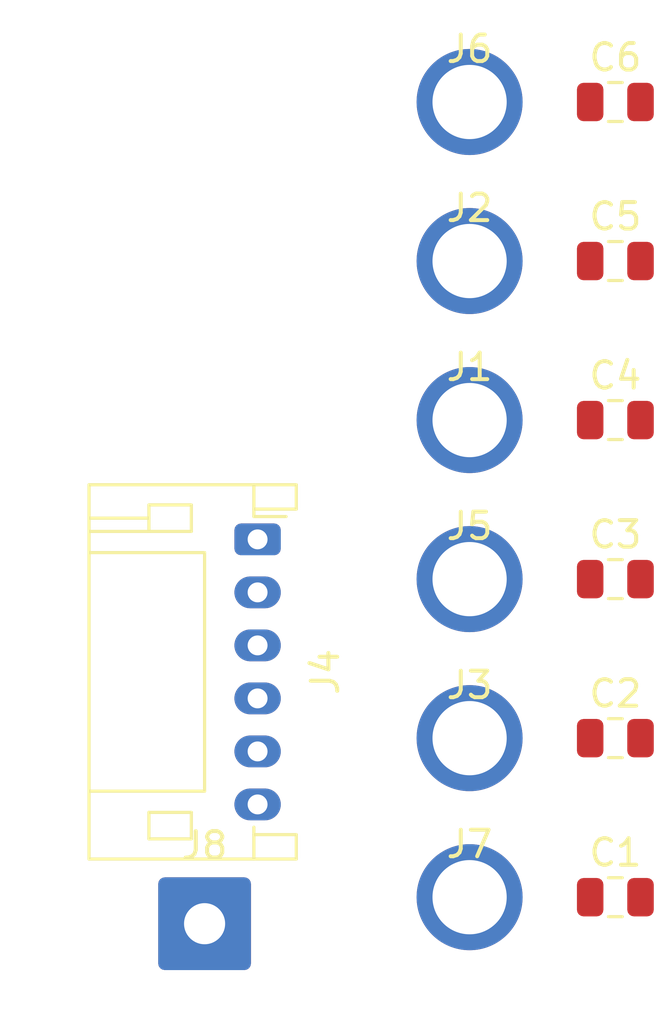
<source format=kicad_pcb>
(kicad_pcb (version 20171130) (host pcbnew "(5.1.9)-1")

  (general
    (thickness 1.6)
    (drawings 0)
    (tracks 0)
    (zones 0)
    (modules 14)
    (nets 8)
  )

  (page A4)
  (layers
    (0 F.Cu signal)
    (31 B.Cu signal)
    (32 B.Adhes user)
    (33 F.Adhes user)
    (34 B.Paste user)
    (35 F.Paste user)
    (36 B.SilkS user)
    (37 F.SilkS user)
    (38 B.Mask user)
    (39 F.Mask user)
    (40 Dwgs.User user)
    (41 Cmts.User user)
    (42 Eco1.User user)
    (43 Eco2.User user)
    (44 Edge.Cuts user)
    (45 Margin user)
    (46 B.CrtYd user)
    (47 F.CrtYd user)
    (48 B.Fab user)
    (49 F.Fab user)
  )

  (setup
    (last_trace_width 0.25)
    (trace_clearance 0.2)
    (zone_clearance 0.508)
    (zone_45_only no)
    (trace_min 0.2)
    (via_size 0.8)
    (via_drill 0.4)
    (via_min_size 0.4)
    (via_min_drill 0.3)
    (uvia_size 0.3)
    (uvia_drill 0.1)
    (uvias_allowed no)
    (uvia_min_size 0.2)
    (uvia_min_drill 0.1)
    (edge_width 0.05)
    (segment_width 0.2)
    (pcb_text_width 0.3)
    (pcb_text_size 1.5 1.5)
    (mod_edge_width 0.12)
    (mod_text_size 1 1)
    (mod_text_width 0.15)
    (pad_size 1.524 1.524)
    (pad_drill 0.762)
    (pad_to_mask_clearance 0)
    (aux_axis_origin 0 0)
    (visible_elements FFFFFF7F)
    (pcbplotparams
      (layerselection 0x010fc_ffffffff)
      (usegerberextensions false)
      (usegerberattributes true)
      (usegerberadvancedattributes true)
      (creategerberjobfile true)
      (excludeedgelayer true)
      (linewidth 0.100000)
      (plotframeref false)
      (viasonmask false)
      (mode 1)
      (useauxorigin false)
      (hpglpennumber 1)
      (hpglpenspeed 20)
      (hpglpendiameter 15.000000)
      (psnegative false)
      (psa4output false)
      (plotreference true)
      (plotvalue true)
      (plotinvisibletext false)
      (padsonsilk false)
      (subtractmaskfromsilk false)
      (outputformat 1)
      (mirror false)
      (drillshape 1)
      (scaleselection 1)
      (outputdirectory ""))
  )

  (net 0 "")
  (net 1 GND)
  (net 2 "Net-(C1-Pad1)")
  (net 3 "Net-(C2-Pad1)")
  (net 4 "Net-(C3-Pad1)")
  (net 5 "Net-(C4-Pad1)")
  (net 6 "Net-(C5-Pad1)")
  (net 7 "Net-(C6-Pad1)")

  (net_class Default "This is the default net class."
    (clearance 0.2)
    (trace_width 0.25)
    (via_dia 0.8)
    (via_drill 0.4)
    (uvia_dia 0.3)
    (uvia_drill 0.1)
    (add_net GND)
    (add_net "Net-(C1-Pad1)")
    (add_net "Net-(C2-Pad1)")
    (add_net "Net-(C3-Pad1)")
    (add_net "Net-(C4-Pad1)")
    (add_net "Net-(C5-Pad1)")
    (add_net "Net-(C6-Pad1)")
  )

  (module Connector_Wire:SolderWire-0.75sqmm_1x01_D1.25mm_OD3.5mm (layer F.Cu) (tedit 5EB70B44) (tstamp 65188795)
    (at 93.5 86.5)
    (descr "Soldered wire connection, for a single 0.75 mm² wire, reinforced insulation, conductor diameter 1.25mm, outer diameter 3.5mm, size source Multi-Contact FLEXI-xV 0.75 (https://ec.staubli.com/AcroFiles/Catalogues/TM_Cab-Main-11014119_(en)_hi.pdf), bend radius 3 times outer diameter, generated with kicad-footprint-generator")
    (tags "connector wire 0.75sqmm")
    (path /6518E052)
    (attr virtual)
    (fp_text reference J8 (at 0 -2.95) (layer F.SilkS)
      (effects (font (size 1 1) (thickness 0.15)))
    )
    (fp_text value Conn_01x01_Female (at 0 2.95) (layer F.Fab)
      (effects (font (size 1 1) (thickness 0.15)))
    )
    (fp_text user %R (at 0 0) (layer F.Fab)
      (effects (font (size 0.88 0.88) (thickness 0.13)))
    )
    (fp_circle (center 0 0) (end 1.75 0) (layer F.Fab) (width 0.1))
    (fp_line (start -2.5 -2.25) (end -2.5 2.25) (layer F.CrtYd) (width 0.05))
    (fp_line (start -2.5 2.25) (end 2.5 2.25) (layer F.CrtYd) (width 0.05))
    (fp_line (start 2.5 2.25) (end 2.5 -2.25) (layer F.CrtYd) (width 0.05))
    (fp_line (start 2.5 -2.25) (end -2.5 -2.25) (layer F.CrtYd) (width 0.05))
    (pad 1 thru_hole roundrect (at 0 0) (size 3.5 3.5) (drill 1.55) (layers *.Cu *.Mask) (roundrect_rratio 0.07142900000000001)
      (net 1 GND))
    (model ${KISYS3DMOD}/Connector_Wire.3dshapes/SolderWire-0.75sqmm_1x01_D1.25mm_OD3.5mm.wrl
      (at (xyz 0 0 0))
      (scale (xyz 1 1 1))
      (rotate (xyz 0 0 0))
    )
  )

  (module K24LIB:pogopin_2.6_3.2 (layer F.Cu) (tedit 6515EB03) (tstamp 6518878A)
    (at 103.5 83)
    (path /65167EDD)
    (fp_text reference J7 (at 0 0.5) (layer F.SilkS)
      (effects (font (size 1 1) (thickness 0.15)))
    )
    (fp_text value Conn_01x01_Male (at 0 -0.5) (layer F.Fab)
      (effects (font (size 1 1) (thickness 0.15)))
    )
    (fp_circle (center 0 2.5) (end 3 2.5) (layer F.CrtYd) (width 0.12))
    (pad 1 thru_hole circle (at 0 2.5) (size 4 4) (drill 2.8) (layers *.Cu *.Mask)
      (net 2 "Net-(C1-Pad1)"))
  )

  (module K24LIB:pogopin_2.6_3.2 (layer F.Cu) (tedit 6515EB03) (tstamp 65188784)
    (at 103.5 53)
    (path /651679E0)
    (fp_text reference J6 (at 0 0.5) (layer F.SilkS)
      (effects (font (size 1 1) (thickness 0.15)))
    )
    (fp_text value Conn_01x01_Male (at 0 -0.5) (layer F.Fab)
      (effects (font (size 1 1) (thickness 0.15)))
    )
    (fp_circle (center 0 2.5) (end 3 2.5) (layer F.CrtYd) (width 0.12))
    (pad 1 thru_hole circle (at 0 2.5) (size 4 4) (drill 2.8) (layers *.Cu *.Mask)
      (net 3 "Net-(C2-Pad1)"))
  )

  (module K24LIB:pogopin_2.6_3.2 (layer F.Cu) (tedit 6515EB03) (tstamp 6518877E)
    (at 103.5 71)
    (path /651674C6)
    (fp_text reference J5 (at 0 0.5) (layer F.SilkS)
      (effects (font (size 1 1) (thickness 0.15)))
    )
    (fp_text value Conn_01x01_Male (at 0 -0.5) (layer F.Fab)
      (effects (font (size 1 1) (thickness 0.15)))
    )
    (fp_circle (center 0 2.5) (end 3 2.5) (layer F.CrtYd) (width 0.12))
    (pad 1 thru_hole circle (at 0 2.5) (size 4 4) (drill 2.8) (layers *.Cu *.Mask)
      (net 4 "Net-(C3-Pad1)"))
  )

  (module Connector_JST:JST_PH_S6B-PH-K_1x06_P2.00mm_Horizontal (layer F.Cu) (tedit 5B7745C6) (tstamp 65188778)
    (at 95.5 72 270)
    (descr "JST PH series connector, S6B-PH-K (http://www.jst-mfg.com/product/pdf/eng/ePH.pdf), generated with kicad-footprint-generator")
    (tags "connector JST PH top entry")
    (path /65182A6F)
    (fp_text reference J4 (at 5 -2.55 90) (layer F.SilkS)
      (effects (font (size 1 1) (thickness 0.15)))
    )
    (fp_text value Conn_01x06_Female (at 5 7.45 90) (layer F.Fab)
      (effects (font (size 1 1) (thickness 0.15)))
    )
    (fp_text user %R (at 5 2.5 90) (layer F.Fab)
      (effects (font (size 1 1) (thickness 0.15)))
    )
    (fp_line (start -0.86 0.14) (end -1.14 0.14) (layer F.SilkS) (width 0.12))
    (fp_line (start -1.14 0.14) (end -1.14 -1.46) (layer F.SilkS) (width 0.12))
    (fp_line (start -1.14 -1.46) (end -2.06 -1.46) (layer F.SilkS) (width 0.12))
    (fp_line (start -2.06 -1.46) (end -2.06 6.36) (layer F.SilkS) (width 0.12))
    (fp_line (start -2.06 6.36) (end 12.06 6.36) (layer F.SilkS) (width 0.12))
    (fp_line (start 12.06 6.36) (end 12.06 -1.46) (layer F.SilkS) (width 0.12))
    (fp_line (start 12.06 -1.46) (end 11.14 -1.46) (layer F.SilkS) (width 0.12))
    (fp_line (start 11.14 -1.46) (end 11.14 0.14) (layer F.SilkS) (width 0.12))
    (fp_line (start 11.14 0.14) (end 10.86 0.14) (layer F.SilkS) (width 0.12))
    (fp_line (start 0.5 6.36) (end 0.5 2) (layer F.SilkS) (width 0.12))
    (fp_line (start 0.5 2) (end 9.5 2) (layer F.SilkS) (width 0.12))
    (fp_line (start 9.5 2) (end 9.5 6.36) (layer F.SilkS) (width 0.12))
    (fp_line (start -2.06 0.14) (end -1.14 0.14) (layer F.SilkS) (width 0.12))
    (fp_line (start 12.06 0.14) (end 11.14 0.14) (layer F.SilkS) (width 0.12))
    (fp_line (start -1.3 2.5) (end -1.3 4.1) (layer F.SilkS) (width 0.12))
    (fp_line (start -1.3 4.1) (end -0.3 4.1) (layer F.SilkS) (width 0.12))
    (fp_line (start -0.3 4.1) (end -0.3 2.5) (layer F.SilkS) (width 0.12))
    (fp_line (start -0.3 2.5) (end -1.3 2.5) (layer F.SilkS) (width 0.12))
    (fp_line (start 11.3 2.5) (end 11.3 4.1) (layer F.SilkS) (width 0.12))
    (fp_line (start 11.3 4.1) (end 10.3 4.1) (layer F.SilkS) (width 0.12))
    (fp_line (start 10.3 4.1) (end 10.3 2.5) (layer F.SilkS) (width 0.12))
    (fp_line (start 10.3 2.5) (end 11.3 2.5) (layer F.SilkS) (width 0.12))
    (fp_line (start -0.3 4.1) (end -0.3 6.36) (layer F.SilkS) (width 0.12))
    (fp_line (start -0.8 4.1) (end -0.8 6.36) (layer F.SilkS) (width 0.12))
    (fp_line (start -2.45 -1.85) (end -2.45 6.75) (layer F.CrtYd) (width 0.05))
    (fp_line (start -2.45 6.75) (end 12.45 6.75) (layer F.CrtYd) (width 0.05))
    (fp_line (start 12.45 6.75) (end 12.45 -1.85) (layer F.CrtYd) (width 0.05))
    (fp_line (start 12.45 -1.85) (end -2.45 -1.85) (layer F.CrtYd) (width 0.05))
    (fp_line (start -1.25 0.25) (end -1.25 -1.35) (layer F.Fab) (width 0.1))
    (fp_line (start -1.25 -1.35) (end -1.95 -1.35) (layer F.Fab) (width 0.1))
    (fp_line (start -1.95 -1.35) (end -1.95 6.25) (layer F.Fab) (width 0.1))
    (fp_line (start -1.95 6.25) (end 11.95 6.25) (layer F.Fab) (width 0.1))
    (fp_line (start 11.95 6.25) (end 11.95 -1.35) (layer F.Fab) (width 0.1))
    (fp_line (start 11.95 -1.35) (end 11.25 -1.35) (layer F.Fab) (width 0.1))
    (fp_line (start 11.25 -1.35) (end 11.25 0.25) (layer F.Fab) (width 0.1))
    (fp_line (start 11.25 0.25) (end -1.25 0.25) (layer F.Fab) (width 0.1))
    (fp_line (start -0.86 0.14) (end -0.86 -1.075) (layer F.SilkS) (width 0.12))
    (fp_line (start 0 0.875) (end -0.5 1.375) (layer F.Fab) (width 0.1))
    (fp_line (start -0.5 1.375) (end 0.5 1.375) (layer F.Fab) (width 0.1))
    (fp_line (start 0.5 1.375) (end 0 0.875) (layer F.Fab) (width 0.1))
    (pad 6 thru_hole oval (at 10 0 270) (size 1.2 1.75) (drill 0.75) (layers *.Cu *.Mask)
      (net 2 "Net-(C1-Pad1)"))
    (pad 5 thru_hole oval (at 8 0 270) (size 1.2 1.75) (drill 0.75) (layers *.Cu *.Mask)
      (net 3 "Net-(C2-Pad1)"))
    (pad 4 thru_hole oval (at 6 0 270) (size 1.2 1.75) (drill 0.75) (layers *.Cu *.Mask)
      (net 4 "Net-(C3-Pad1)"))
    (pad 3 thru_hole oval (at 4 0 270) (size 1.2 1.75) (drill 0.75) (layers *.Cu *.Mask)
      (net 5 "Net-(C4-Pad1)"))
    (pad 2 thru_hole oval (at 2 0 270) (size 1.2 1.75) (drill 0.75) (layers *.Cu *.Mask)
      (net 6 "Net-(C5-Pad1)"))
    (pad 1 thru_hole roundrect (at 0 0 270) (size 1.2 1.75) (drill 0.75) (layers *.Cu *.Mask) (roundrect_rratio 0.208333)
      (net 7 "Net-(C6-Pad1)"))
    (model ${KISYS3DMOD}/Connector_JST.3dshapes/JST_PH_S6B-PH-K_1x06_P2.00mm_Horizontal.wrl
      (at (xyz 0 0 0))
      (scale (xyz 1 1 1))
      (rotate (xyz 0 0 0))
    )
  )

  (module K24LIB:pogopin_2.6_3.2 (layer F.Cu) (tedit 6515EB03) (tstamp 65188745)
    (at 103.5 77)
    (path /6516714D)
    (fp_text reference J3 (at 0 0.5) (layer F.SilkS)
      (effects (font (size 1 1) (thickness 0.15)))
    )
    (fp_text value Conn_01x01_Male (at 0 -0.5) (layer F.Fab)
      (effects (font (size 1 1) (thickness 0.15)))
    )
    (fp_circle (center 0 2.5) (end 3 2.5) (layer F.CrtYd) (width 0.12))
    (pad 1 thru_hole circle (at 0 2.5) (size 4 4) (drill 2.8) (layers *.Cu *.Mask)
      (net 5 "Net-(C4-Pad1)"))
  )

  (module K24LIB:pogopin_2.6_3.2 (layer F.Cu) (tedit 6515EB03) (tstamp 6518873F)
    (at 103.5 59)
    (path /65166CF1)
    (fp_text reference J2 (at 0 0.5) (layer F.SilkS)
      (effects (font (size 1 1) (thickness 0.15)))
    )
    (fp_text value Conn_01x01_Male (at 0 -0.5) (layer F.Fab)
      (effects (font (size 1 1) (thickness 0.15)))
    )
    (fp_circle (center 0 2.5) (end 3 2.5) (layer F.CrtYd) (width 0.12))
    (pad 1 thru_hole circle (at 0 2.5) (size 4 4) (drill 2.8) (layers *.Cu *.Mask)
      (net 6 "Net-(C5-Pad1)"))
  )

  (module K24LIB:pogopin_2.6_3.2 (layer F.Cu) (tedit 6515EB03) (tstamp 65188739)
    (at 103.5 65)
    (path /65166475)
    (fp_text reference J1 (at 0 0.5) (layer F.SilkS)
      (effects (font (size 1 1) (thickness 0.15)))
    )
    (fp_text value Conn_01x01_Male (at 0 -0.5) (layer F.Fab)
      (effects (font (size 1 1) (thickness 0.15)))
    )
    (fp_circle (center 0 2.5) (end 3 2.5) (layer F.CrtYd) (width 0.12))
    (pad 1 thru_hole circle (at 0 2.5) (size 4 4) (drill 2.8) (layers *.Cu *.Mask)
      (net 7 "Net-(C6-Pad1)"))
  )

  (module Capacitor_SMD:C_0805_2012Metric (layer F.Cu) (tedit 5F68FEEE) (tstamp 65188733)
    (at 109 55.5)
    (descr "Capacitor SMD 0805 (2012 Metric), square (rectangular) end terminal, IPC_7351 nominal, (Body size source: IPC-SM-782 page 76, https://www.pcb-3d.com/wordpress/wp-content/uploads/ipc-sm-782a_amendment_1_and_2.pdf, https://docs.google.com/spreadsheets/d/1BsfQQcO9C6DZCsRaXUlFlo91Tg2WpOkGARC1WS5S8t0/edit?usp=sharing), generated with kicad-footprint-generator")
    (tags capacitor)
    (path /6518F5E6)
    (attr smd)
    (fp_text reference C6 (at 0 -1.68) (layer F.SilkS)
      (effects (font (size 1 1) (thickness 0.15)))
    )
    (fp_text value C (at 0 1.68) (layer F.Fab)
      (effects (font (size 1 1) (thickness 0.15)))
    )
    (fp_text user %R (at 0 0) (layer F.Fab)
      (effects (font (size 0.5 0.5) (thickness 0.08)))
    )
    (fp_line (start -1 0.625) (end -1 -0.625) (layer F.Fab) (width 0.1))
    (fp_line (start -1 -0.625) (end 1 -0.625) (layer F.Fab) (width 0.1))
    (fp_line (start 1 -0.625) (end 1 0.625) (layer F.Fab) (width 0.1))
    (fp_line (start 1 0.625) (end -1 0.625) (layer F.Fab) (width 0.1))
    (fp_line (start -0.261252 -0.735) (end 0.261252 -0.735) (layer F.SilkS) (width 0.12))
    (fp_line (start -0.261252 0.735) (end 0.261252 0.735) (layer F.SilkS) (width 0.12))
    (fp_line (start -1.7 0.98) (end -1.7 -0.98) (layer F.CrtYd) (width 0.05))
    (fp_line (start -1.7 -0.98) (end 1.7 -0.98) (layer F.CrtYd) (width 0.05))
    (fp_line (start 1.7 -0.98) (end 1.7 0.98) (layer F.CrtYd) (width 0.05))
    (fp_line (start 1.7 0.98) (end -1.7 0.98) (layer F.CrtYd) (width 0.05))
    (pad 2 smd roundrect (at 0.95 0) (size 1 1.45) (layers F.Cu F.Paste F.Mask) (roundrect_rratio 0.25)
      (net 1 GND))
    (pad 1 smd roundrect (at -0.95 0) (size 1 1.45) (layers F.Cu F.Paste F.Mask) (roundrect_rratio 0.25)
      (net 7 "Net-(C6-Pad1)"))
    (model ${KISYS3DMOD}/Capacitor_SMD.3dshapes/C_0805_2012Metric.wrl
      (at (xyz 0 0 0))
      (scale (xyz 1 1 1))
      (rotate (xyz 0 0 0))
    )
  )

  (module Capacitor_SMD:C_0805_2012Metric (layer F.Cu) (tedit 5F68FEEE) (tstamp 65188722)
    (at 109 61.5)
    (descr "Capacitor SMD 0805 (2012 Metric), square (rectangular) end terminal, IPC_7351 nominal, (Body size source: IPC-SM-782 page 76, https://www.pcb-3d.com/wordpress/wp-content/uploads/ipc-sm-782a_amendment_1_and_2.pdf, https://docs.google.com/spreadsheets/d/1BsfQQcO9C6DZCsRaXUlFlo91Tg2WpOkGARC1WS5S8t0/edit?usp=sharing), generated with kicad-footprint-generator")
    (tags capacitor)
    (path /6518F361)
    (attr smd)
    (fp_text reference C5 (at 0 -1.68) (layer F.SilkS)
      (effects (font (size 1 1) (thickness 0.15)))
    )
    (fp_text value C (at 0 1.68) (layer F.Fab)
      (effects (font (size 1 1) (thickness 0.15)))
    )
    (fp_text user %R (at 0 0) (layer F.Fab)
      (effects (font (size 0.5 0.5) (thickness 0.08)))
    )
    (fp_line (start -1 0.625) (end -1 -0.625) (layer F.Fab) (width 0.1))
    (fp_line (start -1 -0.625) (end 1 -0.625) (layer F.Fab) (width 0.1))
    (fp_line (start 1 -0.625) (end 1 0.625) (layer F.Fab) (width 0.1))
    (fp_line (start 1 0.625) (end -1 0.625) (layer F.Fab) (width 0.1))
    (fp_line (start -0.261252 -0.735) (end 0.261252 -0.735) (layer F.SilkS) (width 0.12))
    (fp_line (start -0.261252 0.735) (end 0.261252 0.735) (layer F.SilkS) (width 0.12))
    (fp_line (start -1.7 0.98) (end -1.7 -0.98) (layer F.CrtYd) (width 0.05))
    (fp_line (start -1.7 -0.98) (end 1.7 -0.98) (layer F.CrtYd) (width 0.05))
    (fp_line (start 1.7 -0.98) (end 1.7 0.98) (layer F.CrtYd) (width 0.05))
    (fp_line (start 1.7 0.98) (end -1.7 0.98) (layer F.CrtYd) (width 0.05))
    (pad 2 smd roundrect (at 0.95 0) (size 1 1.45) (layers F.Cu F.Paste F.Mask) (roundrect_rratio 0.25)
      (net 1 GND))
    (pad 1 smd roundrect (at -0.95 0) (size 1 1.45) (layers F.Cu F.Paste F.Mask) (roundrect_rratio 0.25)
      (net 6 "Net-(C5-Pad1)"))
    (model ${KISYS3DMOD}/Capacitor_SMD.3dshapes/C_0805_2012Metric.wrl
      (at (xyz 0 0 0))
      (scale (xyz 1 1 1))
      (rotate (xyz 0 0 0))
    )
  )

  (module Capacitor_SMD:C_0805_2012Metric (layer F.Cu) (tedit 5F68FEEE) (tstamp 65188711)
    (at 109 67.5)
    (descr "Capacitor SMD 0805 (2012 Metric), square (rectangular) end terminal, IPC_7351 nominal, (Body size source: IPC-SM-782 page 76, https://www.pcb-3d.com/wordpress/wp-content/uploads/ipc-sm-782a_amendment_1_and_2.pdf, https://docs.google.com/spreadsheets/d/1BsfQQcO9C6DZCsRaXUlFlo91Tg2WpOkGARC1WS5S8t0/edit?usp=sharing), generated with kicad-footprint-generator")
    (tags capacitor)
    (path /6518F090)
    (attr smd)
    (fp_text reference C4 (at 0 -1.68) (layer F.SilkS)
      (effects (font (size 1 1) (thickness 0.15)))
    )
    (fp_text value C (at 0 1.68) (layer F.Fab)
      (effects (font (size 1 1) (thickness 0.15)))
    )
    (fp_text user %R (at 0 0) (layer F.Fab)
      (effects (font (size 0.5 0.5) (thickness 0.08)))
    )
    (fp_line (start -1 0.625) (end -1 -0.625) (layer F.Fab) (width 0.1))
    (fp_line (start -1 -0.625) (end 1 -0.625) (layer F.Fab) (width 0.1))
    (fp_line (start 1 -0.625) (end 1 0.625) (layer F.Fab) (width 0.1))
    (fp_line (start 1 0.625) (end -1 0.625) (layer F.Fab) (width 0.1))
    (fp_line (start -0.261252 -0.735) (end 0.261252 -0.735) (layer F.SilkS) (width 0.12))
    (fp_line (start -0.261252 0.735) (end 0.261252 0.735) (layer F.SilkS) (width 0.12))
    (fp_line (start -1.7 0.98) (end -1.7 -0.98) (layer F.CrtYd) (width 0.05))
    (fp_line (start -1.7 -0.98) (end 1.7 -0.98) (layer F.CrtYd) (width 0.05))
    (fp_line (start 1.7 -0.98) (end 1.7 0.98) (layer F.CrtYd) (width 0.05))
    (fp_line (start 1.7 0.98) (end -1.7 0.98) (layer F.CrtYd) (width 0.05))
    (pad 2 smd roundrect (at 0.95 0) (size 1 1.45) (layers F.Cu F.Paste F.Mask) (roundrect_rratio 0.25)
      (net 1 GND))
    (pad 1 smd roundrect (at -0.95 0) (size 1 1.45) (layers F.Cu F.Paste F.Mask) (roundrect_rratio 0.25)
      (net 5 "Net-(C4-Pad1)"))
    (model ${KISYS3DMOD}/Capacitor_SMD.3dshapes/C_0805_2012Metric.wrl
      (at (xyz 0 0 0))
      (scale (xyz 1 1 1))
      (rotate (xyz 0 0 0))
    )
  )

  (module Capacitor_SMD:C_0805_2012Metric (layer F.Cu) (tedit 5F68FEEE) (tstamp 65188700)
    (at 109 73.5)
    (descr "Capacitor SMD 0805 (2012 Metric), square (rectangular) end terminal, IPC_7351 nominal, (Body size source: IPC-SM-782 page 76, https://www.pcb-3d.com/wordpress/wp-content/uploads/ipc-sm-782a_amendment_1_and_2.pdf, https://docs.google.com/spreadsheets/d/1BsfQQcO9C6DZCsRaXUlFlo91Tg2WpOkGARC1WS5S8t0/edit?usp=sharing), generated with kicad-footprint-generator")
    (tags capacitor)
    (path /6518ED40)
    (attr smd)
    (fp_text reference C3 (at 0 -1.68) (layer F.SilkS)
      (effects (font (size 1 1) (thickness 0.15)))
    )
    (fp_text value C (at 0 1.68) (layer F.Fab)
      (effects (font (size 1 1) (thickness 0.15)))
    )
    (fp_text user %R (at 0 0) (layer F.Fab)
      (effects (font (size 0.5 0.5) (thickness 0.08)))
    )
    (fp_line (start -1 0.625) (end -1 -0.625) (layer F.Fab) (width 0.1))
    (fp_line (start -1 -0.625) (end 1 -0.625) (layer F.Fab) (width 0.1))
    (fp_line (start 1 -0.625) (end 1 0.625) (layer F.Fab) (width 0.1))
    (fp_line (start 1 0.625) (end -1 0.625) (layer F.Fab) (width 0.1))
    (fp_line (start -0.261252 -0.735) (end 0.261252 -0.735) (layer F.SilkS) (width 0.12))
    (fp_line (start -0.261252 0.735) (end 0.261252 0.735) (layer F.SilkS) (width 0.12))
    (fp_line (start -1.7 0.98) (end -1.7 -0.98) (layer F.CrtYd) (width 0.05))
    (fp_line (start -1.7 -0.98) (end 1.7 -0.98) (layer F.CrtYd) (width 0.05))
    (fp_line (start 1.7 -0.98) (end 1.7 0.98) (layer F.CrtYd) (width 0.05))
    (fp_line (start 1.7 0.98) (end -1.7 0.98) (layer F.CrtYd) (width 0.05))
    (pad 2 smd roundrect (at 0.95 0) (size 1 1.45) (layers F.Cu F.Paste F.Mask) (roundrect_rratio 0.25)
      (net 1 GND))
    (pad 1 smd roundrect (at -0.95 0) (size 1 1.45) (layers F.Cu F.Paste F.Mask) (roundrect_rratio 0.25)
      (net 4 "Net-(C3-Pad1)"))
    (model ${KISYS3DMOD}/Capacitor_SMD.3dshapes/C_0805_2012Metric.wrl
      (at (xyz 0 0 0))
      (scale (xyz 1 1 1))
      (rotate (xyz 0 0 0))
    )
  )

  (module Capacitor_SMD:C_0805_2012Metric (layer F.Cu) (tedit 5F68FEEE) (tstamp 651886EF)
    (at 109 79.5)
    (descr "Capacitor SMD 0805 (2012 Metric), square (rectangular) end terminal, IPC_7351 nominal, (Body size source: IPC-SM-782 page 76, https://www.pcb-3d.com/wordpress/wp-content/uploads/ipc-sm-782a_amendment_1_and_2.pdf, https://docs.google.com/spreadsheets/d/1BsfQQcO9C6DZCsRaXUlFlo91Tg2WpOkGARC1WS5S8t0/edit?usp=sharing), generated with kicad-footprint-generator")
    (tags capacitor)
    (path /6518E8F0)
    (attr smd)
    (fp_text reference C2 (at 0 -1.68) (layer F.SilkS)
      (effects (font (size 1 1) (thickness 0.15)))
    )
    (fp_text value C (at 0 1.68) (layer F.Fab)
      (effects (font (size 1 1) (thickness 0.15)))
    )
    (fp_text user %R (at 0 0) (layer F.Fab)
      (effects (font (size 0.5 0.5) (thickness 0.08)))
    )
    (fp_line (start -1 0.625) (end -1 -0.625) (layer F.Fab) (width 0.1))
    (fp_line (start -1 -0.625) (end 1 -0.625) (layer F.Fab) (width 0.1))
    (fp_line (start 1 -0.625) (end 1 0.625) (layer F.Fab) (width 0.1))
    (fp_line (start 1 0.625) (end -1 0.625) (layer F.Fab) (width 0.1))
    (fp_line (start -0.261252 -0.735) (end 0.261252 -0.735) (layer F.SilkS) (width 0.12))
    (fp_line (start -0.261252 0.735) (end 0.261252 0.735) (layer F.SilkS) (width 0.12))
    (fp_line (start -1.7 0.98) (end -1.7 -0.98) (layer F.CrtYd) (width 0.05))
    (fp_line (start -1.7 -0.98) (end 1.7 -0.98) (layer F.CrtYd) (width 0.05))
    (fp_line (start 1.7 -0.98) (end 1.7 0.98) (layer F.CrtYd) (width 0.05))
    (fp_line (start 1.7 0.98) (end -1.7 0.98) (layer F.CrtYd) (width 0.05))
    (pad 2 smd roundrect (at 0.95 0) (size 1 1.45) (layers F.Cu F.Paste F.Mask) (roundrect_rratio 0.25)
      (net 1 GND))
    (pad 1 smd roundrect (at -0.95 0) (size 1 1.45) (layers F.Cu F.Paste F.Mask) (roundrect_rratio 0.25)
      (net 3 "Net-(C2-Pad1)"))
    (model ${KISYS3DMOD}/Capacitor_SMD.3dshapes/C_0805_2012Metric.wrl
      (at (xyz 0 0 0))
      (scale (xyz 1 1 1))
      (rotate (xyz 0 0 0))
    )
  )

  (module Capacitor_SMD:C_0805_2012Metric (layer F.Cu) (tedit 5F68FEEE) (tstamp 651886DE)
    (at 109 85.5)
    (descr "Capacitor SMD 0805 (2012 Metric), square (rectangular) end terminal, IPC_7351 nominal, (Body size source: IPC-SM-782 page 76, https://www.pcb-3d.com/wordpress/wp-content/uploads/ipc-sm-782a_amendment_1_and_2.pdf, https://docs.google.com/spreadsheets/d/1BsfQQcO9C6DZCsRaXUlFlo91Tg2WpOkGARC1WS5S8t0/edit?usp=sharing), generated with kicad-footprint-generator")
    (tags capacitor)
    (path /65185742)
    (attr smd)
    (fp_text reference C1 (at 0 -1.68) (layer F.SilkS)
      (effects (font (size 1 1) (thickness 0.15)))
    )
    (fp_text value C (at 0 1.68) (layer F.Fab)
      (effects (font (size 1 1) (thickness 0.15)))
    )
    (fp_text user %R (at 0 0) (layer F.Fab)
      (effects (font (size 0.5 0.5) (thickness 0.08)))
    )
    (fp_line (start -1 0.625) (end -1 -0.625) (layer F.Fab) (width 0.1))
    (fp_line (start -1 -0.625) (end 1 -0.625) (layer F.Fab) (width 0.1))
    (fp_line (start 1 -0.625) (end 1 0.625) (layer F.Fab) (width 0.1))
    (fp_line (start 1 0.625) (end -1 0.625) (layer F.Fab) (width 0.1))
    (fp_line (start -0.261252 -0.735) (end 0.261252 -0.735) (layer F.SilkS) (width 0.12))
    (fp_line (start -0.261252 0.735) (end 0.261252 0.735) (layer F.SilkS) (width 0.12))
    (fp_line (start -1.7 0.98) (end -1.7 -0.98) (layer F.CrtYd) (width 0.05))
    (fp_line (start -1.7 -0.98) (end 1.7 -0.98) (layer F.CrtYd) (width 0.05))
    (fp_line (start 1.7 -0.98) (end 1.7 0.98) (layer F.CrtYd) (width 0.05))
    (fp_line (start 1.7 0.98) (end -1.7 0.98) (layer F.CrtYd) (width 0.05))
    (pad 2 smd roundrect (at 0.95 0) (size 1 1.45) (layers F.Cu F.Paste F.Mask) (roundrect_rratio 0.25)
      (net 1 GND))
    (pad 1 smd roundrect (at -0.95 0) (size 1 1.45) (layers F.Cu F.Paste F.Mask) (roundrect_rratio 0.25)
      (net 2 "Net-(C1-Pad1)"))
    (model ${KISYS3DMOD}/Capacitor_SMD.3dshapes/C_0805_2012Metric.wrl
      (at (xyz 0 0 0))
      (scale (xyz 1 1 1))
      (rotate (xyz 0 0 0))
    )
  )

)

</source>
